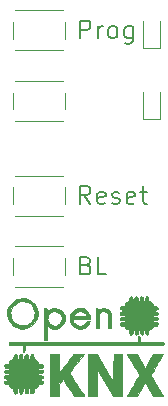
<source format=gbr>
G04 #@! TF.GenerationSoftware,KiCad,Pcbnew,(5.1.4)-1*
G04 #@! TF.CreationDate,2022-10-21T16:14:19+02:00*
G04 #@! TF.ProjectId,REG1-Front-Universal,52454731-2d46-4726-9f6e-742d556e6976,V00.01*
G04 #@! TF.SameCoordinates,Original*
G04 #@! TF.FileFunction,Legend,Top*
G04 #@! TF.FilePolarity,Positive*
%FSLAX46Y46*%
G04 Gerber Fmt 4.6, Leading zero omitted, Abs format (unit mm)*
G04 Created by KiCad (PCBNEW (5.1.4)-1) date 2022-10-21 16:14:19*
%MOMM*%
%LPD*%
G04 APERTURE LIST*
%ADD10C,0.200000*%
%ADD11C,0.010000*%
%ADD12C,0.120000*%
G04 APERTURE END LIST*
D10*
X105487142Y-119678571D02*
X105487142Y-118178571D01*
X106058571Y-118178571D01*
X106201428Y-118250000D01*
X106272857Y-118321428D01*
X106344285Y-118464285D01*
X106344285Y-118678571D01*
X106272857Y-118821428D01*
X106201428Y-118892857D01*
X106058571Y-118964285D01*
X105487142Y-118964285D01*
X106987142Y-119678571D02*
X106987142Y-118678571D01*
X106987142Y-118964285D02*
X107058571Y-118821428D01*
X107130000Y-118750000D01*
X107272857Y-118678571D01*
X107415714Y-118678571D01*
X108130000Y-119678571D02*
X107987142Y-119607142D01*
X107915714Y-119535714D01*
X107844285Y-119392857D01*
X107844285Y-118964285D01*
X107915714Y-118821428D01*
X107987142Y-118750000D01*
X108130000Y-118678571D01*
X108344285Y-118678571D01*
X108487142Y-118750000D01*
X108558571Y-118821428D01*
X108630000Y-118964285D01*
X108630000Y-119392857D01*
X108558571Y-119535714D01*
X108487142Y-119607142D01*
X108344285Y-119678571D01*
X108130000Y-119678571D01*
X109915714Y-118678571D02*
X109915714Y-119892857D01*
X109844285Y-120035714D01*
X109772857Y-120107142D01*
X109630000Y-120178571D01*
X109415714Y-120178571D01*
X109272857Y-120107142D01*
X109915714Y-119607142D02*
X109772857Y-119678571D01*
X109487142Y-119678571D01*
X109344285Y-119607142D01*
X109272857Y-119535714D01*
X109201428Y-119392857D01*
X109201428Y-118964285D01*
X109272857Y-118821428D01*
X109344285Y-118750000D01*
X109487142Y-118678571D01*
X109772857Y-118678571D01*
X109915714Y-118750000D01*
X105987142Y-138892857D02*
X106201428Y-138964285D01*
X106272857Y-139035714D01*
X106344285Y-139178571D01*
X106344285Y-139392857D01*
X106272857Y-139535714D01*
X106201428Y-139607142D01*
X106058571Y-139678571D01*
X105487142Y-139678571D01*
X105487142Y-138178571D01*
X105987142Y-138178571D01*
X106130000Y-138250000D01*
X106201428Y-138321428D01*
X106272857Y-138464285D01*
X106272857Y-138607142D01*
X106201428Y-138750000D01*
X106130000Y-138821428D01*
X105987142Y-138892857D01*
X105487142Y-138892857D01*
X107701428Y-139678571D02*
X106987142Y-139678571D01*
X106987142Y-138178571D01*
X106344285Y-133678571D02*
X105844285Y-132964285D01*
X105487142Y-133678571D02*
X105487142Y-132178571D01*
X106058571Y-132178571D01*
X106201428Y-132250000D01*
X106272857Y-132321428D01*
X106344285Y-132464285D01*
X106344285Y-132678571D01*
X106272857Y-132821428D01*
X106201428Y-132892857D01*
X106058571Y-132964285D01*
X105487142Y-132964285D01*
X107558571Y-133607142D02*
X107415714Y-133678571D01*
X107130000Y-133678571D01*
X106987142Y-133607142D01*
X106915714Y-133464285D01*
X106915714Y-132892857D01*
X106987142Y-132750000D01*
X107130000Y-132678571D01*
X107415714Y-132678571D01*
X107558571Y-132750000D01*
X107630000Y-132892857D01*
X107630000Y-133035714D01*
X106915714Y-133178571D01*
X108201428Y-133607142D02*
X108344285Y-133678571D01*
X108630000Y-133678571D01*
X108772857Y-133607142D01*
X108844285Y-133464285D01*
X108844285Y-133392857D01*
X108772857Y-133250000D01*
X108630000Y-133178571D01*
X108415714Y-133178571D01*
X108272857Y-133107142D01*
X108201428Y-132964285D01*
X108201428Y-132892857D01*
X108272857Y-132750000D01*
X108415714Y-132678571D01*
X108630000Y-132678571D01*
X108772857Y-132750000D01*
X110058571Y-133607142D02*
X109915714Y-133678571D01*
X109630000Y-133678571D01*
X109487142Y-133607142D01*
X109415714Y-133464285D01*
X109415714Y-132892857D01*
X109487142Y-132750000D01*
X109630000Y-132678571D01*
X109915714Y-132678571D01*
X110058571Y-132750000D01*
X110130000Y-132892857D01*
X110130000Y-133035714D01*
X109415714Y-133178571D01*
X110558571Y-132678571D02*
X111130000Y-132678571D01*
X110772857Y-132178571D02*
X110772857Y-133464285D01*
X110844285Y-133607142D01*
X110987142Y-133678571D01*
X111130000Y-133678571D01*
D11*
G36*
X107535464Y-142533540D02*
G01*
X107725890Y-142577353D01*
X107882200Y-142674623D01*
X108004987Y-142825760D01*
X108034472Y-142879851D01*
X108063618Y-142940694D01*
X108085027Y-142996416D01*
X108099890Y-143057958D01*
X108109400Y-143136260D01*
X108114750Y-143242263D01*
X108117131Y-143386907D01*
X108117736Y-143581135D01*
X108117750Y-143643983D01*
X108117750Y-144241000D01*
X107863750Y-144241000D01*
X107863572Y-143709187D01*
X107861586Y-143470166D01*
X107854733Y-143285305D01*
X107841406Y-143145346D01*
X107819996Y-143041035D01*
X107788895Y-142963113D01*
X107746496Y-142902325D01*
X107718365Y-142873392D01*
X107619605Y-142817368D01*
X107492352Y-142792917D01*
X107361563Y-142800726D01*
X107252197Y-142841483D01*
X107227701Y-142859875D01*
X107174295Y-142914865D01*
X107134252Y-142978003D01*
X107105731Y-143058904D01*
X107086894Y-143167188D01*
X107075900Y-143312473D01*
X107070909Y-143504377D01*
X107070000Y-143684355D01*
X107070000Y-144241000D01*
X106816000Y-144241000D01*
X106816000Y-142558250D01*
X106943000Y-142558250D01*
X107029742Y-142565432D01*
X107066504Y-142590205D01*
X107070000Y-142608520D01*
X107081750Y-142645769D01*
X107093812Y-142646534D01*
X107242610Y-142577132D01*
X107363401Y-142540421D01*
X107478709Y-142530638D01*
X107535464Y-142533540D01*
X107535464Y-142533540D01*
G37*
X107535464Y-142533540D02*
X107725890Y-142577353D01*
X107882200Y-142674623D01*
X108004987Y-142825760D01*
X108034472Y-142879851D01*
X108063618Y-142940694D01*
X108085027Y-142996416D01*
X108099890Y-143057958D01*
X108109400Y-143136260D01*
X108114750Y-143242263D01*
X108117131Y-143386907D01*
X108117736Y-143581135D01*
X108117750Y-143643983D01*
X108117750Y-144241000D01*
X107863750Y-144241000D01*
X107863572Y-143709187D01*
X107861586Y-143470166D01*
X107854733Y-143285305D01*
X107841406Y-143145346D01*
X107819996Y-143041035D01*
X107788895Y-142963113D01*
X107746496Y-142902325D01*
X107718365Y-142873392D01*
X107619605Y-142817368D01*
X107492352Y-142792917D01*
X107361563Y-142800726D01*
X107252197Y-142841483D01*
X107227701Y-142859875D01*
X107174295Y-142914865D01*
X107134252Y-142978003D01*
X107105731Y-143058904D01*
X107086894Y-143167188D01*
X107075900Y-143312473D01*
X107070909Y-143504377D01*
X107070000Y-143684355D01*
X107070000Y-144241000D01*
X106816000Y-144241000D01*
X106816000Y-142558250D01*
X106943000Y-142558250D01*
X107029742Y-142565432D01*
X107066504Y-142590205D01*
X107070000Y-142608520D01*
X107081750Y-142645769D01*
X107093812Y-142646534D01*
X107242610Y-142577132D01*
X107363401Y-142540421D01*
X107478709Y-142530638D01*
X107535464Y-142533540D01*
G36*
X105690939Y-142558383D02*
G01*
X105880832Y-142636596D01*
X106047788Y-142753497D01*
X106182431Y-142903876D01*
X106275384Y-143082518D01*
X106317271Y-143284212D01*
X106317991Y-143297721D01*
X106323875Y-143431375D01*
X105581837Y-143439907D01*
X104839800Y-143448439D01*
X104860293Y-143550903D01*
X104906926Y-143667120D01*
X104992674Y-143788828D01*
X105099826Y-143893181D01*
X105155248Y-143931334D01*
X105248045Y-143970947D01*
X105362661Y-144001333D01*
X105394603Y-144006629D01*
X105548079Y-144001778D01*
X105706026Y-143954058D01*
X105847300Y-143873010D01*
X105950758Y-143768176D01*
X105961933Y-143750609D01*
X106011645Y-143678560D01*
X106064888Y-143646062D01*
X106149374Y-143637835D01*
X106166609Y-143637750D01*
X106304696Y-143637750D01*
X106268727Y-143740937D01*
X106207795Y-143850982D01*
X106106144Y-143970698D01*
X105981087Y-144083979D01*
X105849935Y-144174714D01*
X105754387Y-144219527D01*
X105549088Y-144264060D01*
X105343300Y-144263184D01*
X105193012Y-144228916D01*
X104969907Y-144120825D01*
X104797387Y-143974966D01*
X104676728Y-143793118D01*
X104609203Y-143577058D01*
X104594197Y-143392707D01*
X104618551Y-143193250D01*
X104877619Y-143193250D01*
X105449934Y-143193250D01*
X105632634Y-143191828D01*
X105791212Y-143187877D01*
X105915658Y-143181872D01*
X105995960Y-143174284D01*
X106022250Y-143166195D01*
X105998138Y-143100542D01*
X105935991Y-143017250D01*
X105851089Y-142933169D01*
X105758711Y-142865152D01*
X105739443Y-142854302D01*
X105563157Y-142794476D01*
X105381794Y-142790945D01*
X105208513Y-142839653D01*
X105056474Y-142936543D01*
X104938833Y-143077561D01*
X104923042Y-143105937D01*
X104877619Y-143193250D01*
X104618551Y-143193250D01*
X104623365Y-143153827D01*
X104707845Y-142944945D01*
X104845559Y-142769436D01*
X105034428Y-142630676D01*
X105077398Y-142608010D01*
X105279846Y-142538878D01*
X105487485Y-142524073D01*
X105690939Y-142558383D01*
X105690939Y-142558383D01*
G37*
X105690939Y-142558383D02*
X105880832Y-142636596D01*
X106047788Y-142753497D01*
X106182431Y-142903876D01*
X106275384Y-143082518D01*
X106317271Y-143284212D01*
X106317991Y-143297721D01*
X106323875Y-143431375D01*
X105581837Y-143439907D01*
X104839800Y-143448439D01*
X104860293Y-143550903D01*
X104906926Y-143667120D01*
X104992674Y-143788828D01*
X105099826Y-143893181D01*
X105155248Y-143931334D01*
X105248045Y-143970947D01*
X105362661Y-144001333D01*
X105394603Y-144006629D01*
X105548079Y-144001778D01*
X105706026Y-143954058D01*
X105847300Y-143873010D01*
X105950758Y-143768176D01*
X105961933Y-143750609D01*
X106011645Y-143678560D01*
X106064888Y-143646062D01*
X106149374Y-143637835D01*
X106166609Y-143637750D01*
X106304696Y-143637750D01*
X106268727Y-143740937D01*
X106207795Y-143850982D01*
X106106144Y-143970698D01*
X105981087Y-144083979D01*
X105849935Y-144174714D01*
X105754387Y-144219527D01*
X105549088Y-144264060D01*
X105343300Y-144263184D01*
X105193012Y-144228916D01*
X104969907Y-144120825D01*
X104797387Y-143974966D01*
X104676728Y-143793118D01*
X104609203Y-143577058D01*
X104594197Y-143392707D01*
X104618551Y-143193250D01*
X104877619Y-143193250D01*
X105449934Y-143193250D01*
X105632634Y-143191828D01*
X105791212Y-143187877D01*
X105915658Y-143181872D01*
X105995960Y-143174284D01*
X106022250Y-143166195D01*
X105998138Y-143100542D01*
X105935991Y-143017250D01*
X105851089Y-142933169D01*
X105758711Y-142865152D01*
X105739443Y-142854302D01*
X105563157Y-142794476D01*
X105381794Y-142790945D01*
X105208513Y-142839653D01*
X105056474Y-142936543D01*
X104938833Y-143077561D01*
X104923042Y-143105937D01*
X104877619Y-143193250D01*
X104618551Y-143193250D01*
X104623365Y-143153827D01*
X104707845Y-142944945D01*
X104845559Y-142769436D01*
X105034428Y-142630676D01*
X105077398Y-142608010D01*
X105279846Y-142538878D01*
X105487485Y-142524073D01*
X105690939Y-142558383D01*
G36*
X100778209Y-141685224D02*
G01*
X101013397Y-141736585D01*
X101236811Y-141833230D01*
X101441398Y-141976260D01*
X101620104Y-142166775D01*
X101759103Y-142391989D01*
X101812783Y-142503722D01*
X101847434Y-142590973D01*
X101867212Y-142673841D01*
X101876274Y-142772422D01*
X101878778Y-142906814D01*
X101878875Y-142970999D01*
X101877766Y-143124135D01*
X101871668Y-143233874D01*
X101856424Y-143320312D01*
X101827876Y-143403547D01*
X101781867Y-143503677D01*
X101759103Y-143550010D01*
X101607541Y-143788769D01*
X101414425Y-143984001D01*
X101187670Y-144131989D01*
X100935193Y-144229016D01*
X100664912Y-144271364D01*
X100384741Y-144255316D01*
X100295113Y-144237434D01*
X100047173Y-144148292D01*
X99824981Y-144008330D01*
X99634465Y-143826447D01*
X99481555Y-143611545D01*
X99372179Y-143372524D01*
X99312267Y-143118283D01*
X99308410Y-142895919D01*
X99577832Y-142895919D01*
X99587733Y-143129464D01*
X99641558Y-143331666D01*
X99751555Y-143541537D01*
X99908014Y-143721727D01*
X100099374Y-143862899D01*
X100314071Y-143955714D01*
X100449807Y-143984375D01*
X100622406Y-143991215D01*
X100804305Y-143973578D01*
X100968360Y-143935165D01*
X101048922Y-143902684D01*
X101253020Y-143766842D01*
X101418157Y-143591481D01*
X101539596Y-143386900D01*
X101612599Y-143163398D01*
X101632427Y-142931276D01*
X101597269Y-142710684D01*
X101504950Y-142489553D01*
X101368682Y-142293626D01*
X101198788Y-142133690D01*
X101005595Y-142020530D01*
X100902173Y-141984507D01*
X100654917Y-141946896D01*
X100419277Y-141965118D01*
X100201119Y-142032903D01*
X100006307Y-142143985D01*
X99840707Y-142292096D01*
X99710184Y-142470967D01*
X99620604Y-142674331D01*
X99577832Y-142895919D01*
X99308410Y-142895919D01*
X99307747Y-142857724D01*
X99319300Y-142772562D01*
X99394744Y-142501254D01*
X99514844Y-142266428D01*
X99672546Y-142069185D01*
X99860796Y-141910626D01*
X100072542Y-141791850D01*
X100300728Y-141713957D01*
X100538302Y-141678049D01*
X100778209Y-141685224D01*
X100778209Y-141685224D01*
G37*
X100778209Y-141685224D02*
X101013397Y-141736585D01*
X101236811Y-141833230D01*
X101441398Y-141976260D01*
X101620104Y-142166775D01*
X101759103Y-142391989D01*
X101812783Y-142503722D01*
X101847434Y-142590973D01*
X101867212Y-142673841D01*
X101876274Y-142772422D01*
X101878778Y-142906814D01*
X101878875Y-142970999D01*
X101877766Y-143124135D01*
X101871668Y-143233874D01*
X101856424Y-143320312D01*
X101827876Y-143403547D01*
X101781867Y-143503677D01*
X101759103Y-143550010D01*
X101607541Y-143788769D01*
X101414425Y-143984001D01*
X101187670Y-144131989D01*
X100935193Y-144229016D01*
X100664912Y-144271364D01*
X100384741Y-144255316D01*
X100295113Y-144237434D01*
X100047173Y-144148292D01*
X99824981Y-144008330D01*
X99634465Y-143826447D01*
X99481555Y-143611545D01*
X99372179Y-143372524D01*
X99312267Y-143118283D01*
X99308410Y-142895919D01*
X99577832Y-142895919D01*
X99587733Y-143129464D01*
X99641558Y-143331666D01*
X99751555Y-143541537D01*
X99908014Y-143721727D01*
X100099374Y-143862899D01*
X100314071Y-143955714D01*
X100449807Y-143984375D01*
X100622406Y-143991215D01*
X100804305Y-143973578D01*
X100968360Y-143935165D01*
X101048922Y-143902684D01*
X101253020Y-143766842D01*
X101418157Y-143591481D01*
X101539596Y-143386900D01*
X101612599Y-143163398D01*
X101632427Y-142931276D01*
X101597269Y-142710684D01*
X101504950Y-142489553D01*
X101368682Y-142293626D01*
X101198788Y-142133690D01*
X101005595Y-142020530D01*
X100902173Y-141984507D01*
X100654917Y-141946896D01*
X100419277Y-141965118D01*
X100201119Y-142032903D01*
X100006307Y-142143985D01*
X99840707Y-142292096D01*
X99710184Y-142470967D01*
X99620604Y-142674331D01*
X99577832Y-142895919D01*
X99308410Y-142895919D01*
X99307747Y-142857724D01*
X99319300Y-142772562D01*
X99394744Y-142501254D01*
X99514844Y-142266428D01*
X99672546Y-142069185D01*
X99860796Y-141910626D01*
X100072542Y-141791850D01*
X100300728Y-141713957D01*
X100538302Y-141678049D01*
X100778209Y-141685224D01*
G36*
X110749752Y-141560051D02*
G01*
X110795248Y-141618858D01*
X110814848Y-141726776D01*
X110816500Y-141786725D01*
X110818746Y-141884447D01*
X110830457Y-141934511D01*
X110859091Y-141952727D01*
X110895875Y-141955000D01*
X110944594Y-141949191D01*
X110967848Y-141920493D01*
X110974895Y-141851999D01*
X110975250Y-141810037D01*
X110988857Y-141667118D01*
X111028735Y-141576933D01*
X111093464Y-141542510D01*
X111100770Y-141542250D01*
X111185594Y-141550718D01*
X111234337Y-141584740D01*
X111256339Y-141657237D01*
X111261000Y-141763928D01*
X111262661Y-141867198D01*
X111273306Y-141923964D01*
X111301424Y-141951219D01*
X111355508Y-141965957D01*
X111362661Y-141967394D01*
X111494143Y-142023620D01*
X111587895Y-142126053D01*
X111630782Y-142246848D01*
X111650115Y-142367750D01*
X111814332Y-142367750D01*
X111943447Y-142378551D01*
X112020201Y-142414082D01*
X112052490Y-142479036D01*
X112054750Y-142510625D01*
X112036948Y-142586752D01*
X111978141Y-142632248D01*
X111870223Y-142651848D01*
X111810275Y-142653500D01*
X111712552Y-142655746D01*
X111662488Y-142667457D01*
X111644272Y-142696091D01*
X111642000Y-142732875D01*
X111647808Y-142781594D01*
X111676506Y-142804848D01*
X111745000Y-142811895D01*
X111786962Y-142812250D01*
X111931581Y-142826000D01*
X112020224Y-142867720D01*
X112054263Y-142938117D01*
X112054750Y-142949892D01*
X112038035Y-143028316D01*
X111982084Y-143075215D01*
X111878190Y-143095863D01*
X111810275Y-143098000D01*
X111712552Y-143100246D01*
X111662488Y-143111957D01*
X111644272Y-143140591D01*
X111642000Y-143177375D01*
X111646762Y-143223470D01*
X111671590Y-143247085D01*
X111732294Y-143255678D01*
X111810275Y-143256750D01*
X111940537Y-143267153D01*
X112018386Y-143301521D01*
X112051924Y-143364589D01*
X112054750Y-143399624D01*
X112036948Y-143475752D01*
X111978141Y-143521248D01*
X111870223Y-143540848D01*
X111810275Y-143542500D01*
X111712427Y-143544892D01*
X111662291Y-143556775D01*
X111644125Y-143585205D01*
X111642000Y-143617943D01*
X111648007Y-143661547D01*
X111676180Y-143686496D01*
X111741748Y-143700524D01*
X111819547Y-143708110D01*
X111943859Y-143727076D01*
X112016683Y-143764056D01*
X112049296Y-143827437D01*
X112054263Y-143882695D01*
X112027032Y-143956686D01*
X111943836Y-144001928D01*
X111804251Y-144018638D01*
X111789101Y-144018750D01*
X111697041Y-144023858D01*
X111648688Y-144044789D01*
X111624687Y-144089948D01*
X111624615Y-144090187D01*
X111559138Y-144207224D01*
X111453262Y-144292629D01*
X111367047Y-144323422D01*
X111307159Y-144337396D01*
X111275544Y-144361799D01*
X111263169Y-144413711D01*
X111261003Y-144510211D01*
X111261000Y-144523933D01*
X111250985Y-144659895D01*
X111218555Y-144742228D01*
X111160132Y-144777942D01*
X111129917Y-144780750D01*
X111047097Y-144753172D01*
X110995650Y-144670423D01*
X110975561Y-144532477D01*
X110975250Y-144508607D01*
X110973125Y-144409408D01*
X110961952Y-144358049D01*
X110934530Y-144338893D01*
X110895875Y-144336250D01*
X110851315Y-144340471D01*
X110827588Y-144363239D01*
X110818160Y-144419707D01*
X110816500Y-144520400D01*
X110806790Y-144657295D01*
X110775244Y-144740559D01*
X110718236Y-144777392D01*
X110685417Y-144780750D01*
X110602597Y-144753172D01*
X110551150Y-144670423D01*
X110531061Y-144532477D01*
X110530750Y-144508607D01*
X110528625Y-144409408D01*
X110517452Y-144358049D01*
X110490030Y-144338893D01*
X110451375Y-144336250D01*
X110407443Y-144340264D01*
X110383691Y-144362230D01*
X110373937Y-144417033D01*
X110372002Y-144519559D01*
X110372000Y-144527430D01*
X110369470Y-144635615D01*
X110357557Y-144698470D01*
X110329778Y-144734098D01*
X110290159Y-144755900D01*
X110204807Y-144778702D01*
X110146075Y-144753114D01*
X110110114Y-144674756D01*
X110093073Y-144539253D01*
X110092672Y-144531386D01*
X110085631Y-144424083D01*
X110073364Y-144365583D01*
X110049298Y-144341200D01*
X110006865Y-144336251D01*
X110005359Y-144336250D01*
X109960267Y-144341168D01*
X109937078Y-144366408D01*
X109928577Y-144427694D01*
X109927500Y-144505954D01*
X109919296Y-144626682D01*
X109891813Y-144702196D01*
X109869437Y-144728204D01*
X109785378Y-144775907D01*
X109709166Y-144760749D01*
X109659425Y-144710185D01*
X109628510Y-144634055D01*
X109611328Y-144528968D01*
X109610000Y-144492961D01*
X109606857Y-144402488D01*
X109587771Y-144353949D01*
X109538249Y-144325793D01*
X109486504Y-144309301D01*
X109378418Y-144254832D01*
X109297949Y-144172867D01*
X109261428Y-144080896D01*
X109260750Y-144067492D01*
X109244814Y-144037040D01*
X109188735Y-144022099D01*
X109102000Y-144018750D01*
X108978309Y-144002555D01*
X108880967Y-143959374D01*
X108824560Y-143897312D01*
X108816250Y-143860000D01*
X108845425Y-143791061D01*
X108923444Y-143737059D01*
X109036044Y-143705856D01*
X109104208Y-143701250D01*
X109198814Y-143698819D01*
X109244909Y-143686811D01*
X109257433Y-143658147D01*
X109255020Y-143629812D01*
X109241986Y-143588707D01*
X109207162Y-143565527D01*
X109134689Y-143553600D01*
X109062585Y-143548861D01*
X108950280Y-143538071D01*
X108884359Y-143516600D01*
X108847896Y-143478699D01*
X108846016Y-143475294D01*
X108829651Y-143409526D01*
X108860440Y-143336933D01*
X108862350Y-143333995D01*
X108901391Y-143288386D01*
X108954774Y-143265130D01*
X109043117Y-143257204D01*
X109089065Y-143256750D01*
X109189261Y-143254737D01*
X109240430Y-143244556D01*
X109257015Y-143219987D01*
X109255020Y-143185312D01*
X109241986Y-143144207D01*
X109207162Y-143121027D01*
X109134689Y-143109100D01*
X109062585Y-143104361D01*
X108950280Y-143093571D01*
X108884359Y-143072100D01*
X108847896Y-143034199D01*
X108846016Y-143030794D01*
X108829651Y-142965026D01*
X108860440Y-142892433D01*
X108862350Y-142889495D01*
X108901765Y-142843613D01*
X108955790Y-142820377D01*
X109045237Y-142812629D01*
X109086856Y-142812250D01*
X109186606Y-142810169D01*
X109238450Y-142799189D01*
X109257960Y-142772202D01*
X109260750Y-142732875D01*
X109255894Y-142686597D01*
X109230743Y-142662923D01*
X109169418Y-142654246D01*
X109094062Y-142653013D01*
X108951869Y-142640767D01*
X108865925Y-142603208D01*
X108833132Y-142537610D01*
X108850389Y-142441244D01*
X108851148Y-142439187D01*
X108873366Y-142399037D01*
X108913193Y-142377475D01*
X108987591Y-142368944D01*
X109069226Y-142367750D01*
X109260750Y-142367750D01*
X109260750Y-142261261D01*
X109289786Y-142144826D01*
X109366194Y-142044018D01*
X109473918Y-141977550D01*
X109513792Y-141966304D01*
X109571805Y-141949995D01*
X109600093Y-141919010D01*
X109609263Y-141854415D01*
X109610000Y-141794549D01*
X109627016Y-141659178D01*
X109678885Y-141575909D01*
X109766840Y-141542971D01*
X109785775Y-141542250D01*
X109861567Y-141567309D01*
X109908146Y-141644298D01*
X109926946Y-141775927D01*
X109927500Y-141810037D01*
X109931531Y-141900117D01*
X109948323Y-141943043D01*
X109984922Y-141954900D01*
X109991000Y-141955000D01*
X110029301Y-141946515D01*
X110048272Y-141910605D01*
X110054275Y-141831587D01*
X110054500Y-141798517D01*
X110070827Y-141661995D01*
X110120948Y-141577780D01*
X110206571Y-141543380D01*
X110230275Y-141542250D01*
X110306067Y-141567309D01*
X110352646Y-141644298D01*
X110371446Y-141775927D01*
X110372000Y-141810037D01*
X110375180Y-141899014D01*
X110390894Y-141941483D01*
X110428398Y-141954352D01*
X110451375Y-141955000D01*
X110497470Y-141950237D01*
X110521085Y-141925409D01*
X110529678Y-141864705D01*
X110530750Y-141786725D01*
X110541153Y-141656462D01*
X110575521Y-141578613D01*
X110638589Y-141545075D01*
X110673625Y-141542249D01*
X110749752Y-141560051D01*
X110749752Y-141560051D01*
G37*
X110749752Y-141560051D02*
X110795248Y-141618858D01*
X110814848Y-141726776D01*
X110816500Y-141786725D01*
X110818746Y-141884447D01*
X110830457Y-141934511D01*
X110859091Y-141952727D01*
X110895875Y-141955000D01*
X110944594Y-141949191D01*
X110967848Y-141920493D01*
X110974895Y-141851999D01*
X110975250Y-141810037D01*
X110988857Y-141667118D01*
X111028735Y-141576933D01*
X111093464Y-141542510D01*
X111100770Y-141542250D01*
X111185594Y-141550718D01*
X111234337Y-141584740D01*
X111256339Y-141657237D01*
X111261000Y-141763928D01*
X111262661Y-141867198D01*
X111273306Y-141923964D01*
X111301424Y-141951219D01*
X111355508Y-141965957D01*
X111362661Y-141967394D01*
X111494143Y-142023620D01*
X111587895Y-142126053D01*
X111630782Y-142246848D01*
X111650115Y-142367750D01*
X111814332Y-142367750D01*
X111943447Y-142378551D01*
X112020201Y-142414082D01*
X112052490Y-142479036D01*
X112054750Y-142510625D01*
X112036948Y-142586752D01*
X111978141Y-142632248D01*
X111870223Y-142651848D01*
X111810275Y-142653500D01*
X111712552Y-142655746D01*
X111662488Y-142667457D01*
X111644272Y-142696091D01*
X111642000Y-142732875D01*
X111647808Y-142781594D01*
X111676506Y-142804848D01*
X111745000Y-142811895D01*
X111786962Y-142812250D01*
X111931581Y-142826000D01*
X112020224Y-142867720D01*
X112054263Y-142938117D01*
X112054750Y-142949892D01*
X112038035Y-143028316D01*
X111982084Y-143075215D01*
X111878190Y-143095863D01*
X111810275Y-143098000D01*
X111712552Y-143100246D01*
X111662488Y-143111957D01*
X111644272Y-143140591D01*
X111642000Y-143177375D01*
X111646762Y-143223470D01*
X111671590Y-143247085D01*
X111732294Y-143255678D01*
X111810275Y-143256750D01*
X111940537Y-143267153D01*
X112018386Y-143301521D01*
X112051924Y-143364589D01*
X112054750Y-143399624D01*
X112036948Y-143475752D01*
X111978141Y-143521248D01*
X111870223Y-143540848D01*
X111810275Y-143542500D01*
X111712427Y-143544892D01*
X111662291Y-143556775D01*
X111644125Y-143585205D01*
X111642000Y-143617943D01*
X111648007Y-143661547D01*
X111676180Y-143686496D01*
X111741748Y-143700524D01*
X111819547Y-143708110D01*
X111943859Y-143727076D01*
X112016683Y-143764056D01*
X112049296Y-143827437D01*
X112054263Y-143882695D01*
X112027032Y-143956686D01*
X111943836Y-144001928D01*
X111804251Y-144018638D01*
X111789101Y-144018750D01*
X111697041Y-144023858D01*
X111648688Y-144044789D01*
X111624687Y-144089948D01*
X111624615Y-144090187D01*
X111559138Y-144207224D01*
X111453262Y-144292629D01*
X111367047Y-144323422D01*
X111307159Y-144337396D01*
X111275544Y-144361799D01*
X111263169Y-144413711D01*
X111261003Y-144510211D01*
X111261000Y-144523933D01*
X111250985Y-144659895D01*
X111218555Y-144742228D01*
X111160132Y-144777942D01*
X111129917Y-144780750D01*
X111047097Y-144753172D01*
X110995650Y-144670423D01*
X110975561Y-144532477D01*
X110975250Y-144508607D01*
X110973125Y-144409408D01*
X110961952Y-144358049D01*
X110934530Y-144338893D01*
X110895875Y-144336250D01*
X110851315Y-144340471D01*
X110827588Y-144363239D01*
X110818160Y-144419707D01*
X110816500Y-144520400D01*
X110806790Y-144657295D01*
X110775244Y-144740559D01*
X110718236Y-144777392D01*
X110685417Y-144780750D01*
X110602597Y-144753172D01*
X110551150Y-144670423D01*
X110531061Y-144532477D01*
X110530750Y-144508607D01*
X110528625Y-144409408D01*
X110517452Y-144358049D01*
X110490030Y-144338893D01*
X110451375Y-144336250D01*
X110407443Y-144340264D01*
X110383691Y-144362230D01*
X110373937Y-144417033D01*
X110372002Y-144519559D01*
X110372000Y-144527430D01*
X110369470Y-144635615D01*
X110357557Y-144698470D01*
X110329778Y-144734098D01*
X110290159Y-144755900D01*
X110204807Y-144778702D01*
X110146075Y-144753114D01*
X110110114Y-144674756D01*
X110093073Y-144539253D01*
X110092672Y-144531386D01*
X110085631Y-144424083D01*
X110073364Y-144365583D01*
X110049298Y-144341200D01*
X110006865Y-144336251D01*
X110005359Y-144336250D01*
X109960267Y-144341168D01*
X109937078Y-144366408D01*
X109928577Y-144427694D01*
X109927500Y-144505954D01*
X109919296Y-144626682D01*
X109891813Y-144702196D01*
X109869437Y-144728204D01*
X109785378Y-144775907D01*
X109709166Y-144760749D01*
X109659425Y-144710185D01*
X109628510Y-144634055D01*
X109611328Y-144528968D01*
X109610000Y-144492961D01*
X109606857Y-144402488D01*
X109587771Y-144353949D01*
X109538249Y-144325793D01*
X109486504Y-144309301D01*
X109378418Y-144254832D01*
X109297949Y-144172867D01*
X109261428Y-144080896D01*
X109260750Y-144067492D01*
X109244814Y-144037040D01*
X109188735Y-144022099D01*
X109102000Y-144018750D01*
X108978309Y-144002555D01*
X108880967Y-143959374D01*
X108824560Y-143897312D01*
X108816250Y-143860000D01*
X108845425Y-143791061D01*
X108923444Y-143737059D01*
X109036044Y-143705856D01*
X109104208Y-143701250D01*
X109198814Y-143698819D01*
X109244909Y-143686811D01*
X109257433Y-143658147D01*
X109255020Y-143629812D01*
X109241986Y-143588707D01*
X109207162Y-143565527D01*
X109134689Y-143553600D01*
X109062585Y-143548861D01*
X108950280Y-143538071D01*
X108884359Y-143516600D01*
X108847896Y-143478699D01*
X108846016Y-143475294D01*
X108829651Y-143409526D01*
X108860440Y-143336933D01*
X108862350Y-143333995D01*
X108901391Y-143288386D01*
X108954774Y-143265130D01*
X109043117Y-143257204D01*
X109089065Y-143256750D01*
X109189261Y-143254737D01*
X109240430Y-143244556D01*
X109257015Y-143219987D01*
X109255020Y-143185312D01*
X109241986Y-143144207D01*
X109207162Y-143121027D01*
X109134689Y-143109100D01*
X109062585Y-143104361D01*
X108950280Y-143093571D01*
X108884359Y-143072100D01*
X108847896Y-143034199D01*
X108846016Y-143030794D01*
X108829651Y-142965026D01*
X108860440Y-142892433D01*
X108862350Y-142889495D01*
X108901765Y-142843613D01*
X108955790Y-142820377D01*
X109045237Y-142812629D01*
X109086856Y-142812250D01*
X109186606Y-142810169D01*
X109238450Y-142799189D01*
X109257960Y-142772202D01*
X109260750Y-142732875D01*
X109255894Y-142686597D01*
X109230743Y-142662923D01*
X109169418Y-142654246D01*
X109094062Y-142653013D01*
X108951869Y-142640767D01*
X108865925Y-142603208D01*
X108833132Y-142537610D01*
X108850389Y-142441244D01*
X108851148Y-142439187D01*
X108873366Y-142399037D01*
X108913193Y-142377475D01*
X108987591Y-142368944D01*
X109069226Y-142367750D01*
X109260750Y-142367750D01*
X109260750Y-142261261D01*
X109289786Y-142144826D01*
X109366194Y-142044018D01*
X109473918Y-141977550D01*
X109513792Y-141966304D01*
X109571805Y-141949995D01*
X109600093Y-141919010D01*
X109609263Y-141854415D01*
X109610000Y-141794549D01*
X109627016Y-141659178D01*
X109678885Y-141575909D01*
X109766840Y-141542971D01*
X109785775Y-141542250D01*
X109861567Y-141567309D01*
X109908146Y-141644298D01*
X109926946Y-141775927D01*
X109927500Y-141810037D01*
X109931531Y-141900117D01*
X109948323Y-141943043D01*
X109984922Y-141954900D01*
X109991000Y-141955000D01*
X110029301Y-141946515D01*
X110048272Y-141910605D01*
X110054275Y-141831587D01*
X110054500Y-141798517D01*
X110070827Y-141661995D01*
X110120948Y-141577780D01*
X110206571Y-141543380D01*
X110230275Y-141542250D01*
X110306067Y-141567309D01*
X110352646Y-141644298D01*
X110371446Y-141775927D01*
X110372000Y-141810037D01*
X110375180Y-141899014D01*
X110390894Y-141941483D01*
X110428398Y-141954352D01*
X110451375Y-141955000D01*
X110497470Y-141950237D01*
X110521085Y-141925409D01*
X110529678Y-141864705D01*
X110530750Y-141786725D01*
X110541153Y-141656462D01*
X110575521Y-141578613D01*
X110638589Y-141545075D01*
X110673625Y-141542249D01*
X110749752Y-141560051D01*
G36*
X103601379Y-142570144D02*
G01*
X103795691Y-142666878D01*
X103963537Y-142811271D01*
X104095452Y-142999621D01*
X104125099Y-143060726D01*
X104165225Y-143207704D01*
X104177391Y-143385735D01*
X104162418Y-143569269D01*
X104121127Y-143732756D01*
X104102058Y-143777558D01*
X103977521Y-143966601D01*
X103814544Y-144112064D01*
X103623392Y-144211107D01*
X103414332Y-144260891D01*
X103197630Y-144258577D01*
X102983552Y-144201327D01*
X102839993Y-144126555D01*
X102764832Y-144080458D01*
X102714189Y-144053442D01*
X102705055Y-144050500D01*
X102699900Y-144080624D01*
X102695399Y-144164495D01*
X102691821Y-144292362D01*
X102689433Y-144454474D01*
X102688503Y-144641078D01*
X102688500Y-144653750D01*
X102688500Y-145257000D01*
X102434500Y-145257000D01*
X102434500Y-143434427D01*
X102703122Y-143434427D01*
X102742015Y-143609641D01*
X102831500Y-143766283D01*
X102965159Y-143893527D01*
X103136576Y-143980545D01*
X103157258Y-143987136D01*
X103280690Y-144012782D01*
X103399173Y-144006509D01*
X103491055Y-143985090D01*
X103650480Y-143910979D01*
X103777355Y-143793806D01*
X103867437Y-143646117D01*
X103916482Y-143480457D01*
X103920244Y-143309372D01*
X103874480Y-143145408D01*
X103810387Y-143041187D01*
X103666579Y-142903697D01*
X103504012Y-142819427D01*
X103332892Y-142786407D01*
X103163423Y-142802667D01*
X103005810Y-142866237D01*
X102870258Y-142975145D01*
X102766972Y-143127422D01*
X102721237Y-143251469D01*
X102703122Y-143434427D01*
X102434500Y-143434427D01*
X102434500Y-142558250D01*
X102561500Y-142558250D01*
X102642933Y-142562011D01*
X102679133Y-142582394D01*
X102688299Y-142633046D01*
X102688500Y-142653500D01*
X102700535Y-142725992D01*
X102730580Y-142748501D01*
X102769543Y-142714298D01*
X102769891Y-142713736D01*
X102808992Y-142681780D01*
X102886835Y-142636477D01*
X102954328Y-142602922D01*
X103171230Y-142534464D01*
X103390070Y-142524772D01*
X103601379Y-142570144D01*
X103601379Y-142570144D01*
G37*
X103601379Y-142570144D02*
X103795691Y-142666878D01*
X103963537Y-142811271D01*
X104095452Y-142999621D01*
X104125099Y-143060726D01*
X104165225Y-143207704D01*
X104177391Y-143385735D01*
X104162418Y-143569269D01*
X104121127Y-143732756D01*
X104102058Y-143777558D01*
X103977521Y-143966601D01*
X103814544Y-144112064D01*
X103623392Y-144211107D01*
X103414332Y-144260891D01*
X103197630Y-144258577D01*
X102983552Y-144201327D01*
X102839993Y-144126555D01*
X102764832Y-144080458D01*
X102714189Y-144053442D01*
X102705055Y-144050500D01*
X102699900Y-144080624D01*
X102695399Y-144164495D01*
X102691821Y-144292362D01*
X102689433Y-144454474D01*
X102688503Y-144641078D01*
X102688500Y-144653750D01*
X102688500Y-145257000D01*
X102434500Y-145257000D01*
X102434500Y-143434427D01*
X102703122Y-143434427D01*
X102742015Y-143609641D01*
X102831500Y-143766283D01*
X102965159Y-143893527D01*
X103136576Y-143980545D01*
X103157258Y-143987136D01*
X103280690Y-144012782D01*
X103399173Y-144006509D01*
X103491055Y-143985090D01*
X103650480Y-143910979D01*
X103777355Y-143793806D01*
X103867437Y-143646117D01*
X103916482Y-143480457D01*
X103920244Y-143309372D01*
X103874480Y-143145408D01*
X103810387Y-143041187D01*
X103666579Y-142903697D01*
X103504012Y-142819427D01*
X103332892Y-142786407D01*
X103163423Y-142802667D01*
X103005810Y-142866237D01*
X102870258Y-142975145D01*
X102766972Y-143127422D01*
X102721237Y-143251469D01*
X102703122Y-143434427D01*
X102434500Y-143434427D01*
X102434500Y-142558250D01*
X102561500Y-142558250D01*
X102642933Y-142562011D01*
X102679133Y-142582394D01*
X102688299Y-142633046D01*
X102688500Y-142653500D01*
X102700535Y-142725992D01*
X102730580Y-142748501D01*
X102769543Y-142714298D01*
X102769891Y-142713736D01*
X102808992Y-142681780D01*
X102886835Y-142636477D01*
X102954328Y-142602922D01*
X103171230Y-142534464D01*
X103390070Y-142524772D01*
X103601379Y-142570144D01*
G36*
X110483709Y-144897922D02*
G01*
X110503764Y-144924659D01*
X110515352Y-144984979D01*
X110522286Y-145091774D01*
X110524148Y-145137937D01*
X110533421Y-145384000D01*
X111509985Y-145384000D01*
X111809750Y-145384745D01*
X112050526Y-145387094D01*
X112236810Y-145391215D01*
X112373097Y-145397277D01*
X112463883Y-145405449D01*
X112513664Y-145415900D01*
X112524649Y-145422099D01*
X112558697Y-145494632D01*
X112553628Y-145580685D01*
X112524649Y-145631650D01*
X112505900Y-145636544D01*
X112458424Y-145641038D01*
X112380086Y-145645144D01*
X112268747Y-145648878D01*
X112122272Y-145652252D01*
X111938521Y-145655280D01*
X111715360Y-145657977D01*
X111450649Y-145660356D01*
X111142252Y-145662431D01*
X110788031Y-145664215D01*
X110385850Y-145665724D01*
X109933571Y-145666969D01*
X109429057Y-145667966D01*
X108870171Y-145668728D01*
X108254775Y-145669269D01*
X107580733Y-145669603D01*
X106845906Y-145669743D01*
X106636261Y-145669750D01*
X100785972Y-145669750D01*
X100776798Y-145947562D01*
X100771245Y-146081259D01*
X100763023Y-146164242D01*
X100748609Y-146209292D01*
X100724478Y-146229189D01*
X100697453Y-146235354D01*
X100663833Y-146236644D01*
X100642530Y-146220976D01*
X100630062Y-146176510D01*
X100622944Y-146091405D01*
X100618078Y-145965479D01*
X100608875Y-145685625D01*
X100071422Y-145676894D01*
X99860123Y-145671410D01*
X99690136Y-145662759D01*
X99568145Y-145651443D01*
X99500834Y-145637964D01*
X99491984Y-145633319D01*
X99455839Y-145567888D01*
X99456100Y-145484387D01*
X99488099Y-145422100D01*
X99507112Y-145417021D01*
X99555028Y-145412375D01*
X99634063Y-145408145D01*
X99746436Y-145404317D01*
X99894362Y-145400874D01*
X100080060Y-145397801D01*
X100305744Y-145395083D01*
X100573633Y-145392705D01*
X100885943Y-145390650D01*
X101244890Y-145388904D01*
X101652692Y-145387451D01*
X102111566Y-145386274D01*
X102623729Y-145385360D01*
X103191396Y-145384693D01*
X103816785Y-145384256D01*
X104502113Y-145384035D01*
X104947764Y-145384000D01*
X110369328Y-145384000D01*
X110378601Y-145137937D01*
X110384851Y-145013522D01*
X110394532Y-144939714D01*
X110411459Y-144903619D01*
X110439444Y-144892346D01*
X110451375Y-144891875D01*
X110483709Y-144897922D01*
X110483709Y-144897922D01*
G37*
X110483709Y-144897922D02*
X110503764Y-144924659D01*
X110515352Y-144984979D01*
X110522286Y-145091774D01*
X110524148Y-145137937D01*
X110533421Y-145384000D01*
X111509985Y-145384000D01*
X111809750Y-145384745D01*
X112050526Y-145387094D01*
X112236810Y-145391215D01*
X112373097Y-145397277D01*
X112463883Y-145405449D01*
X112513664Y-145415900D01*
X112524649Y-145422099D01*
X112558697Y-145494632D01*
X112553628Y-145580685D01*
X112524649Y-145631650D01*
X112505900Y-145636544D01*
X112458424Y-145641038D01*
X112380086Y-145645144D01*
X112268747Y-145648878D01*
X112122272Y-145652252D01*
X111938521Y-145655280D01*
X111715360Y-145657977D01*
X111450649Y-145660356D01*
X111142252Y-145662431D01*
X110788031Y-145664215D01*
X110385850Y-145665724D01*
X109933571Y-145666969D01*
X109429057Y-145667966D01*
X108870171Y-145668728D01*
X108254775Y-145669269D01*
X107580733Y-145669603D01*
X106845906Y-145669743D01*
X106636261Y-145669750D01*
X100785972Y-145669750D01*
X100776798Y-145947562D01*
X100771245Y-146081259D01*
X100763023Y-146164242D01*
X100748609Y-146209292D01*
X100724478Y-146229189D01*
X100697453Y-146235354D01*
X100663833Y-146236644D01*
X100642530Y-146220976D01*
X100630062Y-146176510D01*
X100622944Y-146091405D01*
X100618078Y-145965479D01*
X100608875Y-145685625D01*
X100071422Y-145676894D01*
X99860123Y-145671410D01*
X99690136Y-145662759D01*
X99568145Y-145651443D01*
X99500834Y-145637964D01*
X99491984Y-145633319D01*
X99455839Y-145567888D01*
X99456100Y-145484387D01*
X99488099Y-145422100D01*
X99507112Y-145417021D01*
X99555028Y-145412375D01*
X99634063Y-145408145D01*
X99746436Y-145404317D01*
X99894362Y-145400874D01*
X100080060Y-145397801D01*
X100305744Y-145395083D01*
X100573633Y-145392705D01*
X100885943Y-145390650D01*
X101244890Y-145388904D01*
X101652692Y-145387451D01*
X102111566Y-145386274D01*
X102623729Y-145385360D01*
X103191396Y-145384693D01*
X103816785Y-145384256D01*
X104502113Y-145384035D01*
X104947764Y-145384000D01*
X110369328Y-145384000D01*
X110378601Y-145137937D01*
X110384851Y-145013522D01*
X110394532Y-144939714D01*
X110411459Y-144903619D01*
X110439444Y-144892346D01*
X110451375Y-144891875D01*
X110483709Y-144897922D01*
G36*
X101455165Y-146440245D02*
G01*
X101499314Y-146473895D01*
X101526113Y-146544944D01*
X101543237Y-146665638D01*
X101545165Y-146685750D01*
X101557140Y-146786413D01*
X101575074Y-146840089D01*
X101608086Y-146863211D01*
X101647547Y-146870311D01*
X101738627Y-146908393D01*
X101821829Y-146987927D01*
X101879289Y-147087659D01*
X101894750Y-147164436D01*
X101898033Y-147218062D01*
X101918448Y-147245629D01*
X101971841Y-147255802D01*
X102064454Y-147257250D01*
X102207822Y-147274173D01*
X102298436Y-147325450D01*
X102337426Y-147411835D01*
X102339250Y-147441195D01*
X102313334Y-147511636D01*
X102234001Y-147555524D01*
X102098872Y-147573978D01*
X102055587Y-147574750D01*
X101960594Y-147577246D01*
X101912916Y-147590046D01*
X101896410Y-147621116D01*
X101894750Y-147654125D01*
X101899362Y-147699808D01*
X101923624Y-147723460D01*
X101983168Y-147732282D01*
X102067107Y-147733500D01*
X102211647Y-147748740D01*
X102301601Y-147794949D01*
X102338217Y-147872855D01*
X102339250Y-147892250D01*
X102313122Y-147976565D01*
X102233908Y-148029038D01*
X102100355Y-148050397D01*
X102067107Y-148051000D01*
X101966991Y-148053829D01*
X101915136Y-148066033D01*
X101896413Y-148093185D01*
X101894750Y-148114500D01*
X101904778Y-148155128D01*
X101945795Y-148173863D01*
X102029687Y-148178468D01*
X102172385Y-148195229D01*
X102275365Y-148241262D01*
X102329246Y-148311848D01*
X102333749Y-148331354D01*
X102328739Y-148413212D01*
X102281052Y-148464839D01*
X102184021Y-148490571D01*
X102081362Y-148495500D01*
X101977128Y-148497263D01*
X101921320Y-148506825D01*
X101898880Y-148530590D01*
X101894750Y-148574875D01*
X101899362Y-148620558D01*
X101923624Y-148644210D01*
X101983168Y-148653032D01*
X102067107Y-148654250D01*
X102211647Y-148669490D01*
X102301601Y-148715699D01*
X102338217Y-148793605D01*
X102339250Y-148813000D01*
X102313122Y-148897315D01*
X102233908Y-148949788D01*
X102100355Y-148971147D01*
X102067107Y-148971750D01*
X101967232Y-148974443D01*
X101915499Y-148986416D01*
X101896640Y-149013510D01*
X101894750Y-149037692D01*
X101868505Y-149113746D01*
X101803266Y-149193641D01*
X101719271Y-149258337D01*
X101636760Y-149288797D01*
X101627317Y-149289250D01*
X101581925Y-149293008D01*
X101557459Y-149314254D01*
X101547467Y-149367947D01*
X101545503Y-149469043D01*
X101545500Y-149479018D01*
X101542288Y-149589086D01*
X101528353Y-149655452D01*
X101497241Y-149697770D01*
X101466125Y-149720794D01*
X101403983Y-149754388D01*
X101355123Y-149748954D01*
X101307375Y-149720794D01*
X101262216Y-149683528D01*
X101238276Y-149634525D01*
X101229102Y-149554132D01*
X101228000Y-149479018D01*
X101226304Y-149373692D01*
X101217050Y-149316915D01*
X101193991Y-149293748D01*
X101150879Y-149289252D01*
X101148625Y-149289250D01*
X101106010Y-149292852D01*
X101082244Y-149313208D01*
X101071838Y-149364642D01*
X101069298Y-149461476D01*
X101069250Y-149496305D01*
X101066966Y-149609989D01*
X101056601Y-149677113D01*
X101032887Y-149714558D01*
X100993891Y-149737697D01*
X100907263Y-149755107D01*
X100851016Y-149735899D01*
X100813657Y-149707228D01*
X100793137Y-149660620D01*
X100784722Y-149579157D01*
X100783500Y-149494507D01*
X100782090Y-149383940D01*
X100774152Y-149322482D01*
X100754124Y-149295748D01*
X100716444Y-149289355D01*
X100704125Y-149289250D01*
X100658665Y-149293782D01*
X100634994Y-149317741D01*
X100626050Y-149376663D01*
X100624750Y-149463875D01*
X100617433Y-149584114D01*
X100591892Y-149662359D01*
X100561250Y-149702000D01*
X100477039Y-149759996D01*
X100405097Y-149758948D01*
X100349926Y-149702836D01*
X100316028Y-149595639D01*
X100307250Y-149477482D01*
X100305521Y-149372686D01*
X100296119Y-149316380D01*
X100272721Y-149293567D01*
X100229002Y-149289250D01*
X100227875Y-149289250D01*
X100182415Y-149293782D01*
X100158744Y-149317741D01*
X100149800Y-149376663D01*
X100148500Y-149463875D01*
X100133092Y-149599058D01*
X100091751Y-149697941D01*
X100031804Y-149753789D01*
X99960573Y-149759870D01*
X99885386Y-149709450D01*
X99883545Y-149707437D01*
X99846063Y-149629186D01*
X99831346Y-149499007D01*
X99831000Y-149469312D01*
X99828321Y-149366324D01*
X99816896Y-149311961D01*
X99791637Y-149291452D01*
X99768993Y-149289250D01*
X99643415Y-149259418D01*
X99541068Y-149175686D01*
X99491575Y-149093681D01*
X99456149Y-149021782D01*
X99418173Y-148985737D01*
X99355753Y-148973184D01*
X99275614Y-148971750D01*
X99149800Y-148961726D01*
X99075092Y-148927136D01*
X99041637Y-148861203D01*
X99037250Y-148807767D01*
X99057867Y-148727712D01*
X99123648Y-148678318D01*
X99240480Y-148656211D01*
X99305037Y-148654250D01*
X99394014Y-148651069D01*
X99436483Y-148635355D01*
X99449352Y-148597851D01*
X99450000Y-148574875D01*
X99444738Y-148527477D01*
X99418048Y-148504014D01*
X99353567Y-148496170D01*
X99293846Y-148495500D01*
X99165494Y-148490916D01*
X99088102Y-148472517D01*
X99049501Y-148433326D01*
X99037522Y-148366370D01*
X99037250Y-148348442D01*
X99055536Y-148263144D01*
X99115121Y-148209288D01*
X99223091Y-148182677D01*
X99325066Y-148178000D01*
X99407326Y-148172485D01*
X99443311Y-148150284D01*
X99450000Y-148114500D01*
X99442129Y-148077268D01*
X99408340Y-148058189D01*
X99333365Y-148051501D01*
X99281725Y-148051000D01*
X99153593Y-148041336D01*
X99076931Y-148008171D01*
X99042093Y-147945240D01*
X99037250Y-147892250D01*
X99052131Y-147809047D01*
X99103205Y-147759267D01*
X99200119Y-147736645D01*
X99281725Y-147733500D01*
X99379447Y-147731253D01*
X99429511Y-147719542D01*
X99447727Y-147690908D01*
X99450000Y-147654125D01*
X99445237Y-147608029D01*
X99420409Y-147584414D01*
X99359705Y-147575821D01*
X99281725Y-147574750D01*
X99154117Y-147565275D01*
X99077768Y-147532379D01*
X99042677Y-147469352D01*
X99037250Y-147410767D01*
X99057867Y-147330712D01*
X99123648Y-147281318D01*
X99240480Y-147259211D01*
X99305037Y-147257250D01*
X99394404Y-147253701D01*
X99437074Y-147237590D01*
X99449699Y-147200715D01*
X99450118Y-147185812D01*
X99479485Y-147065778D01*
X99557081Y-146960430D01*
X99667753Y-146888329D01*
X99702551Y-146876639D01*
X99831000Y-146842052D01*
X99831000Y-146675001D01*
X99840580Y-146547750D01*
X99873806Y-146471729D01*
X99937401Y-146436962D01*
X99994982Y-146431750D01*
X100075037Y-146452367D01*
X100124431Y-146518148D01*
X100146538Y-146634980D01*
X100148500Y-146699537D01*
X100152852Y-146790214D01*
X100170183Y-146833332D01*
X100206903Y-146844495D01*
X100208068Y-146844500D01*
X100243670Y-146833913D01*
X100265254Y-146792718D01*
X100278742Y-146706762D01*
X100282360Y-146666952D01*
X100301571Y-146542123D01*
X100338881Y-146469008D01*
X100402198Y-146436644D01*
X100451712Y-146432236D01*
X100527069Y-146449917D01*
X100572162Y-146509501D01*
X100591482Y-146618742D01*
X100593000Y-146676225D01*
X100595246Y-146773947D01*
X100606957Y-146824011D01*
X100635591Y-146842227D01*
X100672375Y-146844500D01*
X100721094Y-146838691D01*
X100744348Y-146809993D01*
X100751395Y-146741499D01*
X100751750Y-146699537D01*
X100763569Y-146559893D01*
X100801280Y-146473734D01*
X100868257Y-146435171D01*
X100905267Y-146431750D01*
X100990860Y-146445875D01*
X101042071Y-146494918D01*
X101065609Y-146588882D01*
X101069250Y-146676225D01*
X101071496Y-146773947D01*
X101083207Y-146824011D01*
X101111841Y-146842227D01*
X101148625Y-146844500D01*
X101197344Y-146838691D01*
X101220598Y-146809993D01*
X101227645Y-146741499D01*
X101227999Y-146699537D01*
X101239386Y-146560923D01*
X101276188Y-146475354D01*
X101342373Y-146436108D01*
X101385993Y-146431750D01*
X101455165Y-146440245D01*
X101455165Y-146440245D01*
G37*
X101455165Y-146440245D02*
X101499314Y-146473895D01*
X101526113Y-146544944D01*
X101543237Y-146665638D01*
X101545165Y-146685750D01*
X101557140Y-146786413D01*
X101575074Y-146840089D01*
X101608086Y-146863211D01*
X101647547Y-146870311D01*
X101738627Y-146908393D01*
X101821829Y-146987927D01*
X101879289Y-147087659D01*
X101894750Y-147164436D01*
X101898033Y-147218062D01*
X101918448Y-147245629D01*
X101971841Y-147255802D01*
X102064454Y-147257250D01*
X102207822Y-147274173D01*
X102298436Y-147325450D01*
X102337426Y-147411835D01*
X102339250Y-147441195D01*
X102313334Y-147511636D01*
X102234001Y-147555524D01*
X102098872Y-147573978D01*
X102055587Y-147574750D01*
X101960594Y-147577246D01*
X101912916Y-147590046D01*
X101896410Y-147621116D01*
X101894750Y-147654125D01*
X101899362Y-147699808D01*
X101923624Y-147723460D01*
X101983168Y-147732282D01*
X102067107Y-147733500D01*
X102211647Y-147748740D01*
X102301601Y-147794949D01*
X102338217Y-147872855D01*
X102339250Y-147892250D01*
X102313122Y-147976565D01*
X102233908Y-148029038D01*
X102100355Y-148050397D01*
X102067107Y-148051000D01*
X101966991Y-148053829D01*
X101915136Y-148066033D01*
X101896413Y-148093185D01*
X101894750Y-148114500D01*
X101904778Y-148155128D01*
X101945795Y-148173863D01*
X102029687Y-148178468D01*
X102172385Y-148195229D01*
X102275365Y-148241262D01*
X102329246Y-148311848D01*
X102333749Y-148331354D01*
X102328739Y-148413212D01*
X102281052Y-148464839D01*
X102184021Y-148490571D01*
X102081362Y-148495500D01*
X101977128Y-148497263D01*
X101921320Y-148506825D01*
X101898880Y-148530590D01*
X101894750Y-148574875D01*
X101899362Y-148620558D01*
X101923624Y-148644210D01*
X101983168Y-148653032D01*
X102067107Y-148654250D01*
X102211647Y-148669490D01*
X102301601Y-148715699D01*
X102338217Y-148793605D01*
X102339250Y-148813000D01*
X102313122Y-148897315D01*
X102233908Y-148949788D01*
X102100355Y-148971147D01*
X102067107Y-148971750D01*
X101967232Y-148974443D01*
X101915499Y-148986416D01*
X101896640Y-149013510D01*
X101894750Y-149037692D01*
X101868505Y-149113746D01*
X101803266Y-149193641D01*
X101719271Y-149258337D01*
X101636760Y-149288797D01*
X101627317Y-149289250D01*
X101581925Y-149293008D01*
X101557459Y-149314254D01*
X101547467Y-149367947D01*
X101545503Y-149469043D01*
X101545500Y-149479018D01*
X101542288Y-149589086D01*
X101528353Y-149655452D01*
X101497241Y-149697770D01*
X101466125Y-149720794D01*
X101403983Y-149754388D01*
X101355123Y-149748954D01*
X101307375Y-149720794D01*
X101262216Y-149683528D01*
X101238276Y-149634525D01*
X101229102Y-149554132D01*
X101228000Y-149479018D01*
X101226304Y-149373692D01*
X101217050Y-149316915D01*
X101193991Y-149293748D01*
X101150879Y-149289252D01*
X101148625Y-149289250D01*
X101106010Y-149292852D01*
X101082244Y-149313208D01*
X101071838Y-149364642D01*
X101069298Y-149461476D01*
X101069250Y-149496305D01*
X101066966Y-149609989D01*
X101056601Y-149677113D01*
X101032887Y-149714558D01*
X100993891Y-149737697D01*
X100907263Y-149755107D01*
X100851016Y-149735899D01*
X100813657Y-149707228D01*
X100793137Y-149660620D01*
X100784722Y-149579157D01*
X100783500Y-149494507D01*
X100782090Y-149383940D01*
X100774152Y-149322482D01*
X100754124Y-149295748D01*
X100716444Y-149289355D01*
X100704125Y-149289250D01*
X100658665Y-149293782D01*
X100634994Y-149317741D01*
X100626050Y-149376663D01*
X100624750Y-149463875D01*
X100617433Y-149584114D01*
X100591892Y-149662359D01*
X100561250Y-149702000D01*
X100477039Y-149759996D01*
X100405097Y-149758948D01*
X100349926Y-149702836D01*
X100316028Y-149595639D01*
X100307250Y-149477482D01*
X100305521Y-149372686D01*
X100296119Y-149316380D01*
X100272721Y-149293567D01*
X100229002Y-149289250D01*
X100227875Y-149289250D01*
X100182415Y-149293782D01*
X100158744Y-149317741D01*
X100149800Y-149376663D01*
X100148500Y-149463875D01*
X100133092Y-149599058D01*
X100091751Y-149697941D01*
X100031804Y-149753789D01*
X99960573Y-149759870D01*
X99885386Y-149709450D01*
X99883545Y-149707437D01*
X99846063Y-149629186D01*
X99831346Y-149499007D01*
X99831000Y-149469312D01*
X99828321Y-149366324D01*
X99816896Y-149311961D01*
X99791637Y-149291452D01*
X99768993Y-149289250D01*
X99643415Y-149259418D01*
X99541068Y-149175686D01*
X99491575Y-149093681D01*
X99456149Y-149021782D01*
X99418173Y-148985737D01*
X99355753Y-148973184D01*
X99275614Y-148971750D01*
X99149800Y-148961726D01*
X99075092Y-148927136D01*
X99041637Y-148861203D01*
X99037250Y-148807767D01*
X99057867Y-148727712D01*
X99123648Y-148678318D01*
X99240480Y-148656211D01*
X99305037Y-148654250D01*
X99394014Y-148651069D01*
X99436483Y-148635355D01*
X99449352Y-148597851D01*
X99450000Y-148574875D01*
X99444738Y-148527477D01*
X99418048Y-148504014D01*
X99353567Y-148496170D01*
X99293846Y-148495500D01*
X99165494Y-148490916D01*
X99088102Y-148472517D01*
X99049501Y-148433326D01*
X99037522Y-148366370D01*
X99037250Y-148348442D01*
X99055536Y-148263144D01*
X99115121Y-148209288D01*
X99223091Y-148182677D01*
X99325066Y-148178000D01*
X99407326Y-148172485D01*
X99443311Y-148150284D01*
X99450000Y-148114500D01*
X99442129Y-148077268D01*
X99408340Y-148058189D01*
X99333365Y-148051501D01*
X99281725Y-148051000D01*
X99153593Y-148041336D01*
X99076931Y-148008171D01*
X99042093Y-147945240D01*
X99037250Y-147892250D01*
X99052131Y-147809047D01*
X99103205Y-147759267D01*
X99200119Y-147736645D01*
X99281725Y-147733500D01*
X99379447Y-147731253D01*
X99429511Y-147719542D01*
X99447727Y-147690908D01*
X99450000Y-147654125D01*
X99445237Y-147608029D01*
X99420409Y-147584414D01*
X99359705Y-147575821D01*
X99281725Y-147574750D01*
X99154117Y-147565275D01*
X99077768Y-147532379D01*
X99042677Y-147469352D01*
X99037250Y-147410767D01*
X99057867Y-147330712D01*
X99123648Y-147281318D01*
X99240480Y-147259211D01*
X99305037Y-147257250D01*
X99394404Y-147253701D01*
X99437074Y-147237590D01*
X99449699Y-147200715D01*
X99450118Y-147185812D01*
X99479485Y-147065778D01*
X99557081Y-146960430D01*
X99667753Y-146888329D01*
X99702551Y-146876639D01*
X99831000Y-146842052D01*
X99831000Y-146675001D01*
X99840580Y-146547750D01*
X99873806Y-146471729D01*
X99937401Y-146436962D01*
X99994982Y-146431750D01*
X100075037Y-146452367D01*
X100124431Y-146518148D01*
X100146538Y-146634980D01*
X100148500Y-146699537D01*
X100152852Y-146790214D01*
X100170183Y-146833332D01*
X100206903Y-146844495D01*
X100208068Y-146844500D01*
X100243670Y-146833913D01*
X100265254Y-146792718D01*
X100278742Y-146706762D01*
X100282360Y-146666952D01*
X100301571Y-146542123D01*
X100338881Y-146469008D01*
X100402198Y-146436644D01*
X100451712Y-146432236D01*
X100527069Y-146449917D01*
X100572162Y-146509501D01*
X100591482Y-146618742D01*
X100593000Y-146676225D01*
X100595246Y-146773947D01*
X100606957Y-146824011D01*
X100635591Y-146842227D01*
X100672375Y-146844500D01*
X100721094Y-146838691D01*
X100744348Y-146809993D01*
X100751395Y-146741499D01*
X100751750Y-146699537D01*
X100763569Y-146559893D01*
X100801280Y-146473734D01*
X100868257Y-146435171D01*
X100905267Y-146431750D01*
X100990860Y-146445875D01*
X101042071Y-146494918D01*
X101065609Y-146588882D01*
X101069250Y-146676225D01*
X101071496Y-146773947D01*
X101083207Y-146824011D01*
X101111841Y-146842227D01*
X101148625Y-146844500D01*
X101197344Y-146838691D01*
X101220598Y-146809993D01*
X101227645Y-146741499D01*
X101227999Y-146699537D01*
X101239386Y-146560923D01*
X101276188Y-146475354D01*
X101342373Y-146436108D01*
X101385993Y-146431750D01*
X101455165Y-146440245D01*
G36*
X109868920Y-146400107D02*
G01*
X110292625Y-146400214D01*
X110629873Y-147020964D01*
X110967122Y-147641713D01*
X111298880Y-147028794D01*
X111630639Y-146415875D01*
X112049069Y-146407015D01*
X112203708Y-146405141D01*
X112332543Y-146406245D01*
X112423872Y-146410026D01*
X112465997Y-146416182D01*
X112467500Y-146417817D01*
X112451994Y-146449007D01*
X112408042Y-146528180D01*
X112339489Y-146648645D01*
X112250179Y-146803709D01*
X112143959Y-146986681D01*
X112024674Y-147190869D01*
X111957294Y-147305704D01*
X111813329Y-147551621D01*
X111699301Y-147748951D01*
X111612278Y-147903437D01*
X111549323Y-148020821D01*
X111507504Y-148106846D01*
X111483886Y-148167253D01*
X111475535Y-148207787D01*
X111479516Y-148234189D01*
X111481149Y-148237575D01*
X111505481Y-148280188D01*
X111557911Y-148370086D01*
X111634132Y-148499948D01*
X111729835Y-148662451D01*
X111840711Y-148850272D01*
X111962453Y-149056089D01*
X112007230Y-149131694D01*
X112129848Y-149339063D01*
X112241310Y-149528345D01*
X112337672Y-149692778D01*
X112414990Y-149825602D01*
X112469320Y-149920058D01*
X112496716Y-149969384D01*
X112499250Y-149974959D01*
X112469445Y-149979671D01*
X112387808Y-149983601D01*
X112266007Y-149986395D01*
X112115708Y-149987698D01*
X112077817Y-149987750D01*
X111656384Y-149987750D01*
X111339629Y-149411557D01*
X111242626Y-149235769D01*
X111154510Y-149077341D01*
X111080370Y-148945320D01*
X111025294Y-148848755D01*
X110994369Y-148796692D01*
X110991111Y-148791831D01*
X110972294Y-148791101D01*
X110938566Y-148825640D01*
X110887045Y-148899879D01*
X110814852Y-149018249D01*
X110719105Y-149185182D01*
X110621730Y-149360086D01*
X110284111Y-149971875D01*
X109847549Y-149980736D01*
X109410986Y-149989597D01*
X109457716Y-149917236D01*
X109512456Y-149829808D01*
X109588057Y-149705288D01*
X109679851Y-149551710D01*
X109783171Y-149377107D01*
X109893348Y-149189512D01*
X110005716Y-148996959D01*
X110115606Y-148807482D01*
X110218351Y-148629113D01*
X110309283Y-148469886D01*
X110383734Y-148337835D01*
X110437038Y-148240992D01*
X110464525Y-148187392D01*
X110467250Y-148179750D01*
X110451721Y-148143210D01*
X110407972Y-148059720D01*
X110340261Y-147936896D01*
X110252842Y-147782356D01*
X110149973Y-147603715D01*
X110043660Y-147421759D01*
X109924752Y-147219524D01*
X109811822Y-147027301D01*
X109710310Y-146854363D01*
X109625661Y-146709987D01*
X109563315Y-146603449D01*
X109532643Y-146550812D01*
X109445216Y-146400000D01*
X109868920Y-146400107D01*
X109868920Y-146400107D01*
G37*
X109868920Y-146400107D02*
X110292625Y-146400214D01*
X110629873Y-147020964D01*
X110967122Y-147641713D01*
X111298880Y-147028794D01*
X111630639Y-146415875D01*
X112049069Y-146407015D01*
X112203708Y-146405141D01*
X112332543Y-146406245D01*
X112423872Y-146410026D01*
X112465997Y-146416182D01*
X112467500Y-146417817D01*
X112451994Y-146449007D01*
X112408042Y-146528180D01*
X112339489Y-146648645D01*
X112250179Y-146803709D01*
X112143959Y-146986681D01*
X112024674Y-147190869D01*
X111957294Y-147305704D01*
X111813329Y-147551621D01*
X111699301Y-147748951D01*
X111612278Y-147903437D01*
X111549323Y-148020821D01*
X111507504Y-148106846D01*
X111483886Y-148167253D01*
X111475535Y-148207787D01*
X111479516Y-148234189D01*
X111481149Y-148237575D01*
X111505481Y-148280188D01*
X111557911Y-148370086D01*
X111634132Y-148499948D01*
X111729835Y-148662451D01*
X111840711Y-148850272D01*
X111962453Y-149056089D01*
X112007230Y-149131694D01*
X112129848Y-149339063D01*
X112241310Y-149528345D01*
X112337672Y-149692778D01*
X112414990Y-149825602D01*
X112469320Y-149920058D01*
X112496716Y-149969384D01*
X112499250Y-149974959D01*
X112469445Y-149979671D01*
X112387808Y-149983601D01*
X112266007Y-149986395D01*
X112115708Y-149987698D01*
X112077817Y-149987750D01*
X111656384Y-149987750D01*
X111339629Y-149411557D01*
X111242626Y-149235769D01*
X111154510Y-149077341D01*
X111080370Y-148945320D01*
X111025294Y-148848755D01*
X110994369Y-148796692D01*
X110991111Y-148791831D01*
X110972294Y-148791101D01*
X110938566Y-148825640D01*
X110887045Y-148899879D01*
X110814852Y-149018249D01*
X110719105Y-149185182D01*
X110621730Y-149360086D01*
X110284111Y-149971875D01*
X109847549Y-149980736D01*
X109410986Y-149989597D01*
X109457716Y-149917236D01*
X109512456Y-149829808D01*
X109588057Y-149705288D01*
X109679851Y-149551710D01*
X109783171Y-149377107D01*
X109893348Y-149189512D01*
X110005716Y-148996959D01*
X110115606Y-148807482D01*
X110218351Y-148629113D01*
X110309283Y-148469886D01*
X110383734Y-148337835D01*
X110437038Y-148240992D01*
X110464525Y-148187392D01*
X110467250Y-148179750D01*
X110451721Y-148143210D01*
X110407972Y-148059720D01*
X110340261Y-147936896D01*
X110252842Y-147782356D01*
X110149973Y-147603715D01*
X110043660Y-147421759D01*
X109924752Y-147219524D01*
X109811822Y-147027301D01*
X109710310Y-146854363D01*
X109625661Y-146709987D01*
X109563315Y-146603449D01*
X109532643Y-146550812D01*
X109445216Y-146400000D01*
X109868920Y-146400107D01*
G36*
X107578390Y-147573301D02*
G01*
X108292375Y-148746603D01*
X108300698Y-147573301D01*
X108309022Y-146400000D01*
X109038500Y-146400000D01*
X109038500Y-149989765D01*
X108666609Y-149980820D01*
X108294719Y-149971875D01*
X106895375Y-147677711D01*
X106887046Y-148832730D01*
X106878717Y-149987750D01*
X106117500Y-149987750D01*
X106117500Y-146400000D01*
X106864405Y-146400000D01*
X107578390Y-147573301D01*
X107578390Y-147573301D01*
G37*
X107578390Y-147573301D02*
X108292375Y-148746603D01*
X108300698Y-147573301D01*
X108309022Y-146400000D01*
X109038500Y-146400000D01*
X109038500Y-149989765D01*
X108666609Y-149980820D01*
X108294719Y-149971875D01*
X106895375Y-147677711D01*
X106887046Y-148832730D01*
X106878717Y-149987750D01*
X106117500Y-149987750D01*
X106117500Y-146400000D01*
X106864405Y-146400000D01*
X107578390Y-147573301D01*
G36*
X103688625Y-148001840D02*
G01*
X103814445Y-147827982D01*
X103905998Y-147703512D01*
X104017115Y-147555661D01*
X104141907Y-147391942D01*
X104274482Y-147219866D01*
X104408948Y-147046948D01*
X104539415Y-146880699D01*
X104659991Y-146728632D01*
X104764784Y-146598259D01*
X104847904Y-146497094D01*
X104903460Y-146432648D01*
X104924536Y-146412378D01*
X104968758Y-146407704D01*
X105063394Y-146405036D01*
X105195388Y-146404526D01*
X105351681Y-146406331D01*
X105384180Y-146406971D01*
X105806532Y-146415875D01*
X105196321Y-147177875D01*
X105044083Y-147368620D01*
X104904706Y-147544475D01*
X104783176Y-147699054D01*
X104684474Y-147825973D01*
X104613584Y-147918846D01*
X104575491Y-147971290D01*
X104570499Y-147979651D01*
X104583833Y-148014386D01*
X104628652Y-148095761D01*
X104701158Y-148217618D01*
X104797550Y-148373803D01*
X104914030Y-148558159D01*
X105046798Y-148764532D01*
X105192054Y-148986766D01*
X105193319Y-148988686D01*
X105338914Y-149210121D01*
X105472847Y-149414577D01*
X105591237Y-149596072D01*
X105690203Y-149748623D01*
X105765864Y-149866247D01*
X105814338Y-149942961D01*
X105831745Y-149972782D01*
X105831750Y-149972848D01*
X105801927Y-149978291D01*
X105720166Y-149982843D01*
X105598027Y-149986103D01*
X105447068Y-149987669D01*
X105402472Y-149987750D01*
X104973195Y-149987750D01*
X104753954Y-149646437D01*
X104647081Y-149480087D01*
X104522062Y-149285537D01*
X104395098Y-149087997D01*
X104291010Y-148926083D01*
X104047306Y-148547041D01*
X103675512Y-148955875D01*
X103674131Y-149471812D01*
X103672750Y-149987750D01*
X102942500Y-149987750D01*
X102942500Y-146400000D01*
X103671659Y-146400000D01*
X103688625Y-148001840D01*
X103688625Y-148001840D01*
G37*
X103688625Y-148001840D02*
X103814445Y-147827982D01*
X103905998Y-147703512D01*
X104017115Y-147555661D01*
X104141907Y-147391942D01*
X104274482Y-147219866D01*
X104408948Y-147046948D01*
X104539415Y-146880699D01*
X104659991Y-146728632D01*
X104764784Y-146598259D01*
X104847904Y-146497094D01*
X104903460Y-146432648D01*
X104924536Y-146412378D01*
X104968758Y-146407704D01*
X105063394Y-146405036D01*
X105195388Y-146404526D01*
X105351681Y-146406331D01*
X105384180Y-146406971D01*
X105806532Y-146415875D01*
X105196321Y-147177875D01*
X105044083Y-147368620D01*
X104904706Y-147544475D01*
X104783176Y-147699054D01*
X104684474Y-147825973D01*
X104613584Y-147918846D01*
X104575491Y-147971290D01*
X104570499Y-147979651D01*
X104583833Y-148014386D01*
X104628652Y-148095761D01*
X104701158Y-148217618D01*
X104797550Y-148373803D01*
X104914030Y-148558159D01*
X105046798Y-148764532D01*
X105192054Y-148986766D01*
X105193319Y-148988686D01*
X105338914Y-149210121D01*
X105472847Y-149414577D01*
X105591237Y-149596072D01*
X105690203Y-149748623D01*
X105765864Y-149866247D01*
X105814338Y-149942961D01*
X105831745Y-149972782D01*
X105831750Y-149972848D01*
X105801927Y-149978291D01*
X105720166Y-149982843D01*
X105598027Y-149986103D01*
X105447068Y-149987669D01*
X105402472Y-149987750D01*
X104973195Y-149987750D01*
X104753954Y-149646437D01*
X104647081Y-149480087D01*
X104522062Y-149285537D01*
X104395098Y-149087997D01*
X104291010Y-148926083D01*
X104047306Y-148547041D01*
X103675512Y-148955875D01*
X103674131Y-149471812D01*
X103672750Y-149987750D01*
X102942500Y-149987750D01*
X102942500Y-146400000D01*
X103671659Y-146400000D01*
X103688625Y-148001840D01*
D12*
X112235000Y-120485000D02*
X112235000Y-118200000D01*
X110765000Y-120485000D02*
X112235000Y-120485000D01*
X110765000Y-118200000D02*
X110765000Y-120485000D01*
X112235000Y-126485000D02*
X112235000Y-124200000D01*
X110765000Y-126485000D02*
X112235000Y-126485000D01*
X110765000Y-124200000D02*
X110765000Y-126485000D01*
X104200000Y-138300000D02*
X104200000Y-139700000D01*
X99800000Y-138300000D02*
X99800000Y-139700000D01*
X100000000Y-140700000D02*
X104000000Y-140700000D01*
X100000000Y-137300000D02*
X104000000Y-137300000D01*
X104200000Y-132300000D02*
X104200000Y-133700000D01*
X99800000Y-132300000D02*
X99800000Y-133700000D01*
X100000000Y-134700000D02*
X104000000Y-134700000D01*
X100000000Y-131300000D02*
X104000000Y-131300000D01*
X104200000Y-124300000D02*
X104200000Y-125700000D01*
X99800000Y-124300000D02*
X99800000Y-125700000D01*
X100000000Y-126700000D02*
X104000000Y-126700000D01*
X100000000Y-123300000D02*
X104000000Y-123300000D01*
X104200000Y-118300000D02*
X104200000Y-119700000D01*
X99800000Y-118300000D02*
X99800000Y-119700000D01*
X100000000Y-120700000D02*
X104000000Y-120700000D01*
X100000000Y-117300000D02*
X104000000Y-117300000D01*
M02*

</source>
